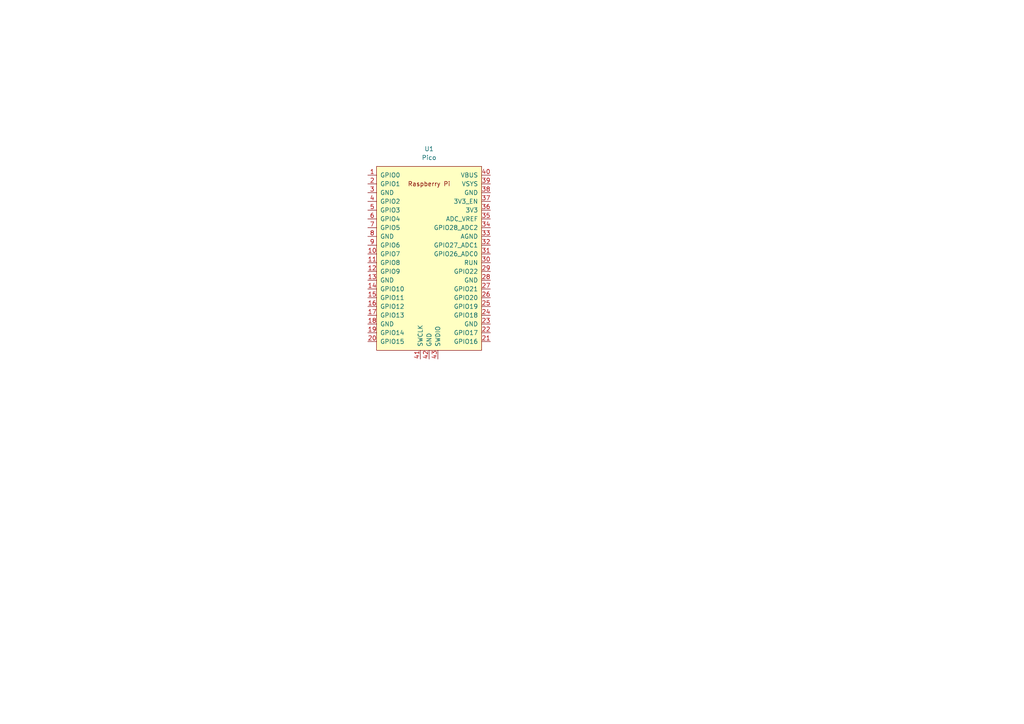
<source format=kicad_sch>
(kicad_sch (version 20230121) (generator eeschema)
  (paper "A4")
  (lib_symbols
    (symbol "MCU_RaspberryPi_and_Boards:Pico" (pin_names (offset 1.016))
      (property "Reference" "U" (at -13.97 27.94 0))
      (property "Value" "Pico" (at 0 19.05 0))
      (symbol "Pico_0_0"
        (text "Raspberry Pi" (at 0 21.59 0) (effects (font (size 1.27 1.27))))
      )
      (symbol "Pico_0_1"
        (rectangle (start -15.24 26.67) (end 15.24 -26.67) (fill (type background)))
      )
      (symbol "Pico_1_1"
        (pin bidirectional line (at -17.78 24.13 0) (length 2.54) (name "GPIO0") (number "1"))
        (pin bidirectional line (at -17.78 1.27 0) (length 2.54) (name "GPIO7") (number "10"))
        (pin bidirectional line (at -17.78 -1.27 0) (length 2.54) (name "GPIO8") (number "11"))
        (pin bidirectional line (at -17.78 -3.81 0) (length 2.54) (name "GPIO9") (number "12"))
        (pin power_in line (at -17.78 -6.35 0) (length 2.54) (name "GND") (number "13"))
        (pin bidirectional line (at -17.78 -8.89 0) (length 2.54) (name "GPIO10") (number "14"))
        (pin bidirectional line (at -17.78 -11.43 0) (length 2.54) (name "GPIO11") (number "15"))
        (pin bidirectional line (at -17.78 -13.97 0) (length 2.54) (name "GPIO12") (number "16"))
        (pin bidirectional line (at -17.78 -16.51 0) (length 2.54) (name "GPIO13") (number "17"))
        (pin power_in line (at -17.78 -19.05 0) (length 2.54) (name "GND") (number "18"))
        (pin bidirectional line (at -17.78 -21.59 0) (length 2.54) (name "GPIO14") (number "19"))
        (pin bidirectional line (at -17.78 21.59 0) (length 2.54) (name "GPIO1") (number "2"))
        (pin bidirectional line (at -17.78 -24.13 0) (length 2.54) (name "GPIO15") (number "20"))
        (pin bidirectional line (at 17.78 -24.13 180) (length 2.54) (name "GPIO16") (number "21"))
        (pin bidirectional line (at 17.78 -21.59 180) (length 2.54) (name "GPIO17") (number "22"))
        (pin power_in line (at 17.78 -19.05 180) (length 2.54) (name "GND") (number "23"))
        (pin bidirectional line (at 17.78 -16.51 180) (length 2.54) (name "GPIO18") (number "24"))
        (pin bidirectional line (at 17.78 -13.97 180) (length 2.54) (name "GPIO19") (number "25"))
        (pin bidirectional line (at 17.78 -11.43 180) (length 2.54) (name "GPIO20") (number "26"))
        (pin bidirectional line (at 17.78 -8.89 180) (length 2.54) (name "GPIO21") (number "27"))
        (pin power_in line (at 17.78 -6.35 180) (length 2.54) (name "GND") (number "28"))
        (pin bidirectional line (at 17.78 -3.81 180) (length 2.54) (name "GPIO22") (number "29"))
        (pin power_in line (at -17.78 19.05 0) (length 2.54) (name "GND") (number "3"))
        (pin input line (at 17.78 -1.27 180) (length 2.54) (name "RUN") (number "30"))
        (pin bidirectional line (at 17.78 1.27 180) (length 2.54) (name "GPIO26_ADC0") (number "31"))
        (pin bidirectional line (at 17.78 3.81 180) (length 2.54) (name "GPIO27_ADC1") (number "32"))
        (pin power_in line (at 17.78 6.35 180) (length 2.54) (name "AGND") (number "33"))
        (pin bidirectional line (at 17.78 8.89 180) (length 2.54) (name "GPIO28_ADC2") (number "34"))
        (pin unspecified line (at 17.78 11.43 180) (length 2.54) (name "ADC_VREF") (number "35"))
        (pin unspecified line (at 17.78 13.97 180) (length 2.54) (name "3V3") (number "36"))
        (pin input line (at 17.78 16.51 180) (length 2.54) (name "3V3_EN") (number "37"))
        (pin bidirectional line (at 17.78 19.05 180) (length 2.54) (name "GND") (number "38"))
        (pin unspecified line (at 17.78 21.59 180) (length 2.54) (name "VSYS") (number "39"))
        (pin bidirectional line (at -17.78 16.51 0) (length 2.54) (name "GPIO2") (number "4"))
        (pin unspecified line (at 17.78 24.13 180) (length 2.54) (name "VBUS") (number "40"))
        (pin input line (at -2.54 -29.21 90) (length 2.54) (name "SWCLK") (number "41"))
        (pin power_in line (at 0 -29.21 90) (length 2.54) (name "GND") (number "42"))
        (pin bidirectional line (at 2.54 -29.21 90) (length 2.54) (name "SWDIO") (number "43"))
        (pin bidirectional line (at -17.78 13.97 0) (length 2.54) (name "GPIO3") (number "5"))
        (pin bidirectional line (at -17.78 11.43 0) (length 2.54) (name "GPIO4") (number "6"))
        (pin bidirectional line (at -17.78 8.89 0) (length 2.54) (name "GPIO5") (number "7"))
        (pin power_in line (at -17.78 6.35 0) (length 2.54) (name "GND") (number "8"))
        (pin bidirectional line (at -17.78 3.81 0) (length 2.54) (name "GPIO6") (number "9"))
      )
    )
  )
  (symbol (lib_id "MCU_RaspberryPi_and_Boards:Pico") (at 124.46 74.93 0) (unit 1)
    (property "Reference" "U1" (at 124.46 43.18 0))
    (property "Value" "Pico" (at 124.46 45.72 0))
    (property "Footprint" "MCU_RaspberryPi_and_Boards:RPi_Pico_SMD_TH" (effects hide))
  )
)
</source>
